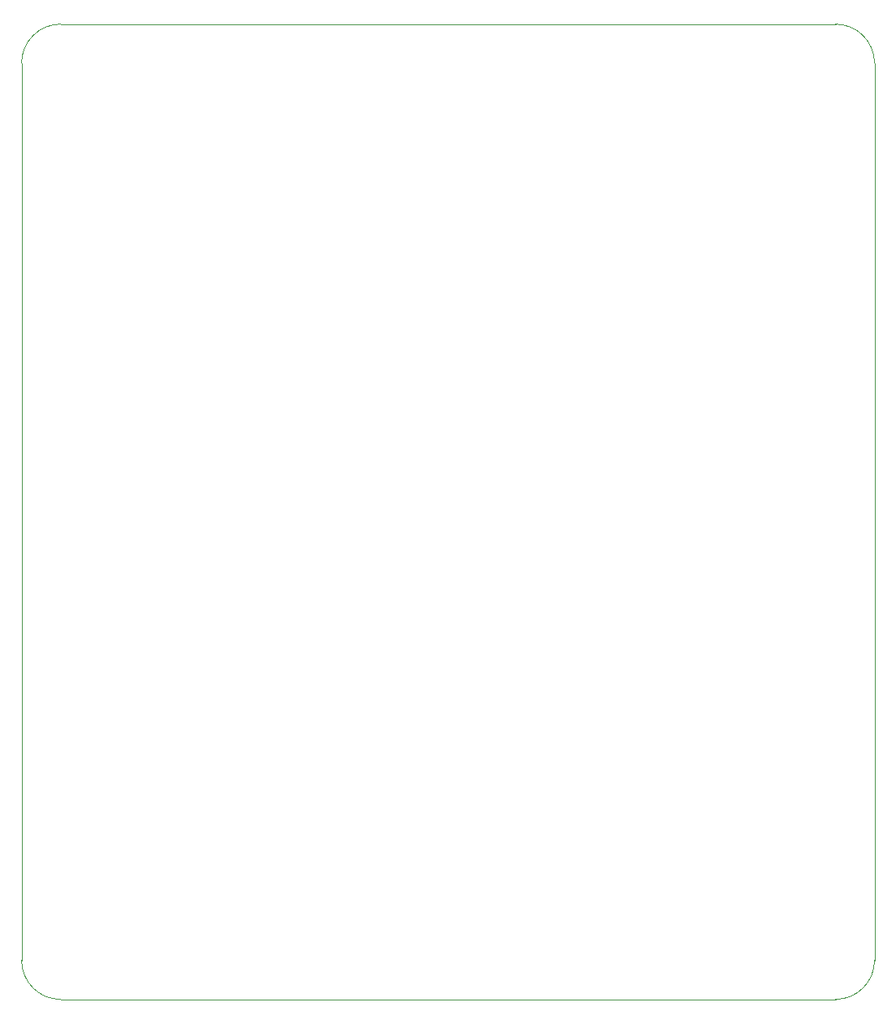
<source format=gbr>
%TF.GenerationSoftware,KiCad,Pcbnew,(5.1.8)-1*%
%TF.CreationDate,2021-04-02T01:03:45-05:00*%
%TF.ProjectId,12VBoard_2021_Rev1,31325642-6f61-4726-945f-323032315f52,rev?*%
%TF.SameCoordinates,Original*%
%TF.FileFunction,Profile,NP*%
%FSLAX46Y46*%
G04 Gerber Fmt 4.6, Leading zero omitted, Abs format (unit mm)*
G04 Created by KiCad (PCBNEW (5.1.8)-1) date 2021-04-02 01:03:45*
%MOMM*%
%LPD*%
G01*
G04 APERTURE LIST*
%TA.AperFunction,Profile*%
%ADD10C,0.050000*%
%TD*%
G04 APERTURE END LIST*
D10*
X166370000Y-136906000D02*
G75*
G02*
X162306000Y-140970000I-4064000J0D01*
G01*
X162306000Y-39370000D02*
G75*
G02*
X166370000Y-43434000I0J-4064000D01*
G01*
X166370000Y-43434000D02*
X166370000Y-136906000D01*
X77470000Y-43434000D02*
G75*
G02*
X81534000Y-39370000I4064000J0D01*
G01*
X81534000Y-140970000D02*
G75*
G02*
X77470000Y-136906000I0J4064000D01*
G01*
X81534000Y-140970000D02*
X162306000Y-140970000D01*
X77470000Y-43434000D02*
X77470000Y-136906000D01*
X162306000Y-39370000D02*
X81534000Y-39370000D01*
M02*

</source>
